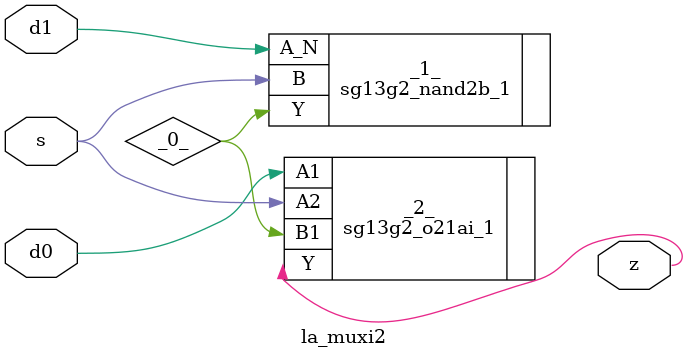
<source format=v>

/* Generated by Yosys 0.44 (git sha1 80ba43d26, g++ 11.4.0-1ubuntu1~22.04 -fPIC -O3) */

(* top =  1  *)
(* src = "generated" *)
module la_muxi2 (
    d0,
    d1,
    s,
    z
);
  wire _0_;
  (* src = "generated" *)
  input d0;
  wire d0;
  (* src = "generated" *)
  input d1;
  wire d1;
  (* src = "generated" *)
  input s;
  wire s;
  (* src = "generated" *)
  output z;
  wire z;
  sg13g2_nand2b_1 _1_ (
      .A_N(d1),
      .B  (s),
      .Y  (_0_)
  );
  sg13g2_o21ai_1 _2_ (
      .A1(d0),
      .A2(s),
      .B1(_0_),
      .Y (z)
  );
endmodule

</source>
